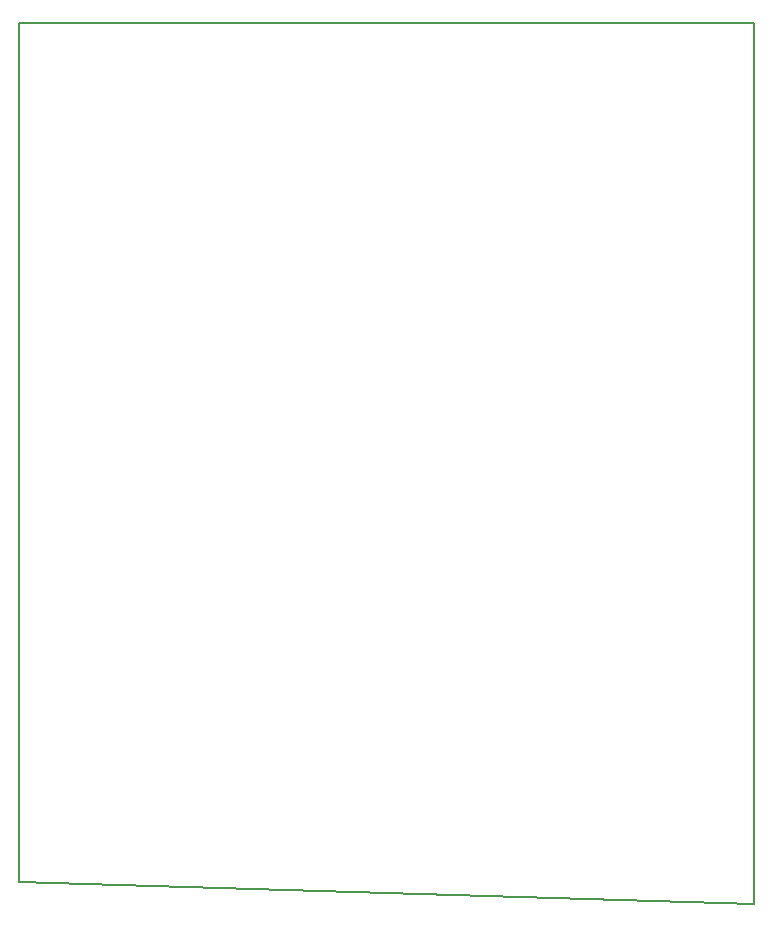
<source format=gbr>
G04 #@! TF.GenerationSoftware,KiCad,Pcbnew,(5.1.10)-1*
G04 #@! TF.CreationDate,2021-05-18T15:00:51+02:00*
G04 #@! TF.ProjectId,PEE50_MPPT,50454535-305f-44d5-9050-542e6b696361,rev?*
G04 #@! TF.SameCoordinates,Original*
G04 #@! TF.FileFunction,Profile,NP*
%FSLAX46Y46*%
G04 Gerber Fmt 4.6, Leading zero omitted, Abs format (unit mm)*
G04 Created by KiCad (PCBNEW (5.1.10)-1) date 2021-05-18 15:00:51*
%MOMM*%
%LPD*%
G01*
G04 APERTURE LIST*
G04 #@! TA.AperFunction,Profile*
%ADD10C,0.150000*%
G04 #@! TD*
G04 APERTURE END LIST*
D10*
X24275000Y-116775000D02*
X86450000Y-118650000D01*
X24275000Y-44025000D02*
X24275000Y-116775000D01*
X86450000Y-44025000D02*
X24275000Y-44025000D01*
X86450000Y-118650000D02*
X86450000Y-44025000D01*
M02*

</source>
